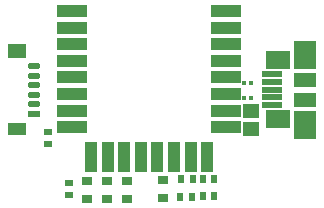
<source format=gbp>
G04*
G04 #@! TF.GenerationSoftware,Altium Limited,Altium Designer,18.0.9 (584)*
G04*
G04 Layer_Color=128*
%FSLAX44Y44*%
%MOMM*%
G71*
G01*
G75*
G04:AMPARAMS|DCode=31|XSize=0.3708mm|YSize=0.4108mm|CornerRadius=0.1054mm|HoleSize=0mm|Usage=FLASHONLY|Rotation=0.000|XOffset=0mm|YOffset=0mm|HoleType=Round|Shape=RoundedRectangle|*
%AMROUNDEDRECTD31*
21,1,0.3708,0.2000,0,0,0.0*
21,1,0.1600,0.4108,0,0,0.0*
1,1,0.2108,0.0800,-0.1000*
1,1,0.2108,-0.0800,-0.1000*
1,1,0.2108,-0.0800,0.1000*
1,1,0.2108,0.0800,0.1000*
%
%ADD31ROUNDEDRECTD31*%
%ADD32R,0.6604X0.5588*%
%ADD33R,0.5588X0.6604*%
%ADD86R,1.7526X0.5080*%
%ADD87R,2.1590X1.5494*%
%ADD88R,1.9558X2.4384*%
%ADD89R,1.9558X1.2446*%
%ADD92R,0.9652X0.6604*%
%ADD93R,1.4508X1.1508*%
%ADD94R,1.5508X1.0508*%
%ADD95R,1.0508X0.5508*%
G04:AMPARAMS|DCode=96|XSize=0.5508mm|YSize=1.0508mm|CornerRadius=0.2754mm|HoleSize=0mm|Usage=FLASHONLY|Rotation=270.000|XOffset=0mm|YOffset=0mm|HoleType=Round|Shape=RoundedRectangle|*
%AMROUNDEDRECTD96*
21,1,0.5508,0.5000,0,0,270.0*
21,1,0.0000,1.0508,0,0,270.0*
1,1,0.5508,-0.2500,0.0000*
1,1,0.5508,-0.2500,0.0000*
1,1,0.5508,0.2500,0.0000*
1,1,0.5508,0.2500,0.0000*
%
%ADD96ROUNDEDRECTD96*%
%ADD97R,1.5508X1.2508*%
%ADD98R,1.0508X2.5008*%
%ADD99R,2.5008X1.0508*%
D31*
X346050Y501250D02*
D03*
X340450D02*
D03*
X346050Y514500D02*
D03*
X340450D02*
D03*
D32*
X174000Y472830D02*
D03*
Y462750D02*
D03*
X191750Y419170D02*
D03*
X191750Y429250D02*
D03*
D33*
X286420Y432500D02*
D03*
X296500D02*
D03*
X304920Y432750D02*
D03*
X315000D02*
D03*
X285920Y417500D02*
D03*
X296000D02*
D03*
X304920Y418750D02*
D03*
X315000D02*
D03*
D86*
X363806Y508375D02*
D03*
Y514979D02*
D03*
Y501875D02*
D03*
Y495375D02*
D03*
Y521583D02*
D03*
D87*
X368886Y533521D02*
D03*
Y483375D02*
D03*
D88*
X392000Y538093D02*
D03*
Y478875D02*
D03*
D89*
Y500000D02*
D03*
Y516757D02*
D03*
D92*
X207000Y416250D02*
D03*
Y431370D02*
D03*
X224250Y415750D02*
D03*
Y430870D02*
D03*
X241250Y416000D02*
D03*
Y431120D02*
D03*
X271750Y417000D02*
D03*
Y432120D02*
D03*
D93*
X346250Y475250D02*
D03*
Y490250D02*
D03*
D94*
X147750Y475250D02*
D03*
D95*
X161898Y488250D02*
D03*
D96*
X161898Y496250D02*
D03*
X161898Y504250D02*
D03*
Y512250D02*
D03*
Y520250D02*
D03*
Y528250D02*
D03*
D97*
X147750Y541250D02*
D03*
D98*
X238750Y451750D02*
D03*
X224750D02*
D03*
X252750D02*
D03*
X266750D02*
D03*
X280750D02*
D03*
X308750D02*
D03*
X294750D02*
D03*
X210750D02*
D03*
D99*
X194750Y504750D02*
D03*
Y490750D02*
D03*
Y518750D02*
D03*
Y532750D02*
D03*
Y546750D02*
D03*
Y574750D02*
D03*
Y560750D02*
D03*
Y476750D02*
D03*
X324750D02*
D03*
Y560750D02*
D03*
Y574750D02*
D03*
Y546750D02*
D03*
Y532750D02*
D03*
Y518750D02*
D03*
Y490750D02*
D03*
Y504750D02*
D03*
M02*

</source>
